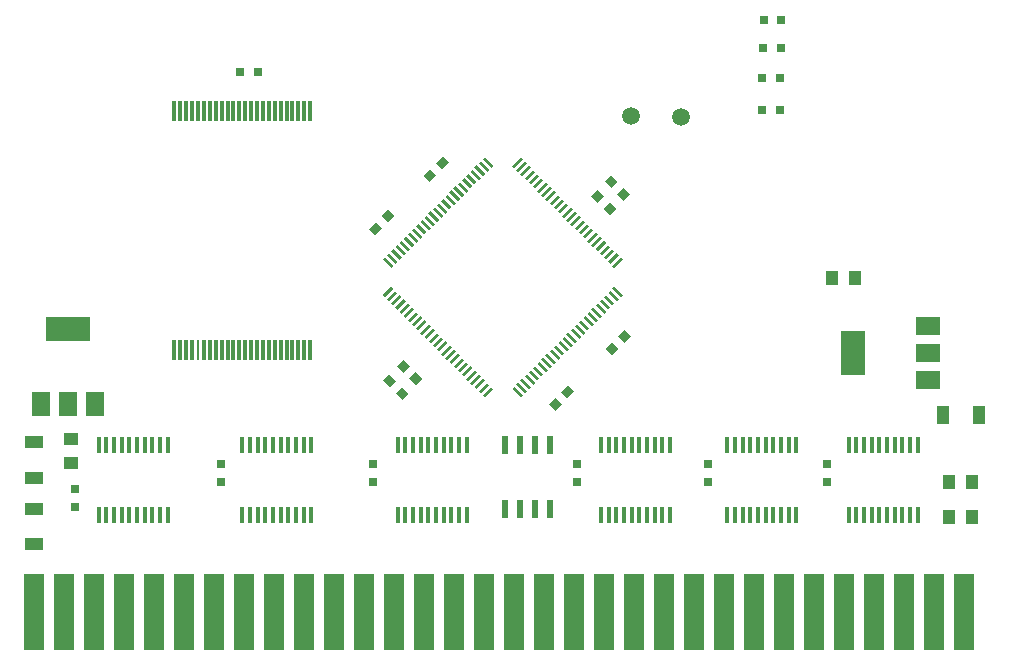
<source format=gbr>
G04 #@! TF.GenerationSoftware,KiCad,Pcbnew,(5.99.0-1468-g7e1294a4b)*
G04 #@! TF.CreationDate,2020-08-22T19:19:53+02:00*
G04 #@! TF.ProjectId,MD_Flash_8M,4d445f46-6c61-4736-985f-384d2e6b6963,rev?*
G04 #@! TF.SameCoordinates,Original*
G04 #@! TF.FileFunction,Paste,Top*
G04 #@! TF.FilePolarity,Positive*
%FSLAX46Y46*%
G04 Gerber Fmt 4.6, Leading zero omitted, Abs format (unit mm)*
G04 Created by KiCad (PCBNEW (5.99.0-1468-g7e1294a4b)) date 2020-08-22 19:19:53*
%MOMM*%
%LPD*%
G01*
G04 APERTURE LIST*
%ADD10R,1.000000X1.250000*%
%ADD11R,1.250000X1.000000*%
%ADD12R,1.000000X1.600000*%
%ADD13R,1.600000X1.000000*%
%ADD14R,2.000000X1.500000*%
%ADD15R,2.000000X3.800000*%
%ADD16R,3.800000X2.000000*%
%ADD17R,1.500000X2.000000*%
%ADD18R,0.800000X0.750000*%
%ADD19C,1.500000*%
%ADD20R,0.750000X0.800000*%
%ADD21R,0.450000X1.450000*%
%ADD22R,0.600000X1.550000*%
%ADD23R,0.299720X1.800860*%
%ADD24R,0.200660X1.800860*%
%ADD25R,1.676400X6.451600*%
G04 APERTURE END LIST*
D10*
X230500000Y-90220000D03*
X228500000Y-90220000D03*
X228500000Y-93140000D03*
X230500000Y-93140000D03*
X220570000Y-72930000D03*
X218570000Y-72930000D03*
D11*
X154170000Y-86540000D03*
X154170000Y-88540000D03*
D12*
X231050000Y-84550000D03*
X228050000Y-84550000D03*
D13*
X151060000Y-86820000D03*
X151060000Y-89820000D03*
D14*
X226700000Y-81575000D03*
X226700000Y-76975000D03*
X226700000Y-79275000D03*
D15*
X220400000Y-79275000D03*
D16*
X153950000Y-77250000D03*
D17*
X153950000Y-83550000D03*
X156250000Y-83550000D03*
X151650000Y-83550000D03*
D18*
X168475000Y-55475000D03*
X169975000Y-55475000D03*
X212725000Y-58725000D03*
X214225000Y-58725000D03*
X214225000Y-56000000D03*
X212725000Y-56000000D03*
X212800000Y-53400000D03*
X214300000Y-53400000D03*
X214325000Y-51050000D03*
X212825000Y-51050000D03*
D19*
X205850000Y-59300000D03*
G36*
X179962348Y-68157322D02*
G01*
X180492678Y-68687652D01*
X179926992Y-69253338D01*
X179396662Y-68723008D01*
X179962348Y-68157322D01*
G37*
G36*
X181023008Y-67096662D02*
G01*
X181553338Y-67626992D01*
X180987652Y-68192678D01*
X180457322Y-67662348D01*
X181023008Y-67096662D01*
G37*
G36*
X185648008Y-62621662D02*
G01*
X186178338Y-63151992D01*
X185612652Y-63717678D01*
X185082322Y-63187348D01*
X185648008Y-62621662D01*
G37*
G36*
X184587348Y-63682322D02*
G01*
X185117678Y-64212652D01*
X184551992Y-64778338D01*
X184021662Y-64248008D01*
X184587348Y-63682322D01*
G37*
G36*
X201528338Y-65823008D02*
G01*
X200998008Y-66353338D01*
X200432322Y-65787652D01*
X200962652Y-65257322D01*
X201528338Y-65823008D01*
G37*
G36*
X200467678Y-64762348D02*
G01*
X199937348Y-65292678D01*
X199371662Y-64726992D01*
X199901992Y-64196662D01*
X200467678Y-64762348D01*
G37*
G36*
X199292678Y-66012348D02*
G01*
X198762348Y-66542678D01*
X198196662Y-65976992D01*
X198726992Y-65446662D01*
X199292678Y-66012348D01*
G37*
G36*
X200353338Y-67073008D02*
G01*
X199823008Y-67603338D01*
X199257322Y-67037652D01*
X199787652Y-66507322D01*
X200353338Y-67073008D01*
G37*
G36*
X200012348Y-78357322D02*
G01*
X200542678Y-78887652D01*
X199976992Y-79453338D01*
X199446662Y-78923008D01*
X200012348Y-78357322D01*
G37*
G36*
X201073008Y-77296662D02*
G01*
X201603338Y-77826992D01*
X201037652Y-78392678D01*
X200507322Y-77862348D01*
X201073008Y-77296662D01*
G37*
G36*
X196248008Y-81996662D02*
G01*
X196778338Y-82526992D01*
X196212652Y-83092678D01*
X195682322Y-82562348D01*
X196248008Y-81996662D01*
G37*
G36*
X195187348Y-83057322D02*
G01*
X195717678Y-83587652D01*
X195151992Y-84153338D01*
X194621662Y-83623008D01*
X195187348Y-83057322D01*
G37*
G36*
X182753338Y-82698008D02*
G01*
X182223008Y-83228338D01*
X181657322Y-82662652D01*
X182187652Y-82132322D01*
X182753338Y-82698008D01*
G37*
G36*
X181692678Y-81637348D02*
G01*
X181162348Y-82167678D01*
X180596662Y-81601992D01*
X181126992Y-81071662D01*
X181692678Y-81637348D01*
G37*
G36*
X182867678Y-80387348D02*
G01*
X182337348Y-80917678D01*
X181771662Y-80351992D01*
X182301992Y-79821662D01*
X182867678Y-80387348D01*
G37*
G36*
X183928338Y-81448008D02*
G01*
X183398008Y-81978338D01*
X182832322Y-81412652D01*
X183362652Y-80882322D01*
X183928338Y-81448008D01*
G37*
D20*
X208125000Y-90150000D03*
X208125000Y-88650000D03*
X197025000Y-88650000D03*
X197025000Y-90150000D03*
X218150000Y-88650000D03*
X218150000Y-90150000D03*
D21*
X199050000Y-87050000D03*
X199700000Y-87050000D03*
X200350000Y-87050000D03*
X201000000Y-87050000D03*
X201650000Y-87050000D03*
X202300000Y-87050000D03*
X202950000Y-87050000D03*
X203600000Y-87050000D03*
X204250000Y-87050000D03*
X204900000Y-87050000D03*
X204900000Y-92950000D03*
X204250000Y-92950000D03*
X203600000Y-92950000D03*
X202950000Y-92950000D03*
X202300000Y-92950000D03*
X201650000Y-92950000D03*
X201000000Y-92950000D03*
X200350000Y-92950000D03*
X199700000Y-92950000D03*
X199050000Y-92950000D03*
X209750000Y-87050000D03*
X210400000Y-87050000D03*
X211050000Y-87050000D03*
X211700000Y-87050000D03*
X212350000Y-87050000D03*
X213000000Y-87050000D03*
X213650000Y-87050000D03*
X214300000Y-87050000D03*
X214950000Y-87050000D03*
X215600000Y-87050000D03*
X215600000Y-92950000D03*
X214950000Y-92950000D03*
X214300000Y-92950000D03*
X213650000Y-92950000D03*
X213000000Y-92950000D03*
X212350000Y-92950000D03*
X211700000Y-92950000D03*
X211050000Y-92950000D03*
X210400000Y-92950000D03*
X209750000Y-92950000D03*
X220025000Y-87050000D03*
X220675000Y-87050000D03*
X221325000Y-87050000D03*
X221975000Y-87050000D03*
X222625000Y-87050000D03*
X223275000Y-87050000D03*
X223925000Y-87050000D03*
X224575000Y-87050000D03*
X225225000Y-87050000D03*
X225875000Y-87050000D03*
X225875000Y-92950000D03*
X225225000Y-92950000D03*
X224575000Y-92950000D03*
X223925000Y-92950000D03*
X223275000Y-92950000D03*
X222625000Y-92950000D03*
X221975000Y-92950000D03*
X221325000Y-92950000D03*
X220675000Y-92950000D03*
X220025000Y-92950000D03*
D13*
X151060000Y-92430000D03*
X151060000Y-95430000D03*
D20*
X179750000Y-90175000D03*
X179750000Y-88675000D03*
X154500000Y-90800000D03*
X154500000Y-92300000D03*
X166875000Y-88700000D03*
X166875000Y-90200000D03*
D22*
X190945000Y-92475000D03*
X192215000Y-92475000D03*
X193485000Y-92475000D03*
X194755000Y-92475000D03*
X194755000Y-87075000D03*
X193485000Y-87075000D03*
X192215000Y-87075000D03*
X190945000Y-87075000D03*
D23*
X162930380Y-78991700D03*
X163430760Y-78986620D03*
X163931140Y-78986620D03*
X164428980Y-78986620D03*
D24*
X164929360Y-78986620D03*
D23*
X165429740Y-78986620D03*
X165930120Y-78986620D03*
X166430500Y-78986620D03*
X166930880Y-78986620D03*
X167431260Y-78986620D03*
X167929100Y-78986620D03*
X168429480Y-78986620D03*
X168929860Y-78986620D03*
X169430240Y-78986620D03*
X169930620Y-78986620D03*
X170431000Y-78986620D03*
X170928840Y-78986620D03*
X171429220Y-78986620D03*
X171929600Y-78986620D03*
X172429980Y-78986620D03*
X172930360Y-78986620D03*
X173430740Y-78986620D03*
X173931120Y-78986620D03*
X174428960Y-78986620D03*
X174428960Y-58788540D03*
X173931120Y-58788540D03*
X173430740Y-58788540D03*
X172930360Y-58788540D03*
X172429980Y-58788540D03*
X171929600Y-58788540D03*
X171429220Y-58788540D03*
X170928840Y-58788540D03*
X170431000Y-58788540D03*
X169930620Y-58788540D03*
X169430240Y-58788540D03*
X168929860Y-58788540D03*
X168429480Y-58788540D03*
X167929100Y-58788540D03*
X167431260Y-58788540D03*
X166930880Y-58788540D03*
X166430500Y-58788540D03*
X165930120Y-58788540D03*
X165429740Y-58788540D03*
X164929360Y-58788540D03*
X164428980Y-58788540D03*
X163931140Y-58788540D03*
X163430760Y-58788540D03*
X162930380Y-58788540D03*
D21*
X181825000Y-92950000D03*
X182475000Y-92950000D03*
X183125000Y-92950000D03*
X183775000Y-92950000D03*
X184425000Y-92950000D03*
X185075000Y-92950000D03*
X185725000Y-92950000D03*
X186375000Y-92950000D03*
X187025000Y-92950000D03*
X187675000Y-92950000D03*
X187675000Y-87050000D03*
X187025000Y-87050000D03*
X186375000Y-87050000D03*
X185725000Y-87050000D03*
X185075000Y-87050000D03*
X184425000Y-87050000D03*
X183775000Y-87050000D03*
X183125000Y-87050000D03*
X182475000Y-87050000D03*
X181825000Y-87050000D03*
X168675000Y-92950000D03*
X169325000Y-92950000D03*
X169975000Y-92950000D03*
X170625000Y-92950000D03*
X171275000Y-92950000D03*
X171925000Y-92950000D03*
X172575000Y-92950000D03*
X173225000Y-92950000D03*
X173875000Y-92950000D03*
X174525000Y-92950000D03*
X174525000Y-87050000D03*
X173875000Y-87050000D03*
X173225000Y-87050000D03*
X172575000Y-87050000D03*
X171925000Y-87050000D03*
X171275000Y-87050000D03*
X170625000Y-87050000D03*
X169975000Y-87050000D03*
X169325000Y-87050000D03*
X168675000Y-87050000D03*
X156525000Y-92950000D03*
X157175000Y-92950000D03*
X157825000Y-92950000D03*
X158475000Y-92950000D03*
X159125000Y-92950000D03*
X159775000Y-92950000D03*
X160425000Y-92950000D03*
X161075000Y-92950000D03*
X161725000Y-92950000D03*
X162375000Y-92950000D03*
X162375000Y-87050000D03*
X161725000Y-87050000D03*
X161075000Y-87050000D03*
X160425000Y-87050000D03*
X159775000Y-87050000D03*
X159125000Y-87050000D03*
X158475000Y-87050000D03*
X157825000Y-87050000D03*
X157175000Y-87050000D03*
X156525000Y-87050000D03*
G36*
X199997624Y-73809867D02*
G01*
X200177229Y-73630262D01*
X200895650Y-74348683D01*
X200716045Y-74528288D01*
X199997624Y-73809867D01*
G37*
G36*
X191520262Y-82287229D02*
G01*
X191699867Y-82107624D01*
X192418288Y-82826045D01*
X192238683Y-83005650D01*
X191520262Y-82287229D01*
G37*
G36*
X191879473Y-81928019D02*
G01*
X192059078Y-81748414D01*
X192777499Y-82466835D01*
X192597894Y-82646440D01*
X191879473Y-81928019D01*
G37*
G36*
X192220722Y-81586769D02*
G01*
X192400327Y-81407164D01*
X193118748Y-82125585D01*
X192939143Y-82305190D01*
X192220722Y-81586769D01*
G37*
G36*
X192579933Y-81227559D02*
G01*
X192759538Y-81047954D01*
X193477959Y-81766375D01*
X193298354Y-81945980D01*
X192579933Y-81227559D01*
G37*
G36*
X192939143Y-80868349D02*
G01*
X193118748Y-80688744D01*
X193837169Y-81407165D01*
X193657564Y-81586770D01*
X192939143Y-80868349D01*
G37*
G36*
X193280393Y-80527099D02*
G01*
X193459998Y-80347494D01*
X194178419Y-81065915D01*
X193998814Y-81245520D01*
X193280393Y-80527099D01*
G37*
G36*
X193639603Y-80167889D02*
G01*
X193819208Y-79988284D01*
X194537629Y-80706705D01*
X194358024Y-80886310D01*
X193639603Y-80167889D01*
G37*
G36*
X193998813Y-79808678D02*
G01*
X194178418Y-79629073D01*
X194896839Y-80347494D01*
X194717234Y-80527099D01*
X193998813Y-79808678D01*
G37*
G36*
X194340063Y-79467429D02*
G01*
X194519668Y-79287824D01*
X195238089Y-80006245D01*
X195058484Y-80185850D01*
X194340063Y-79467429D01*
G37*
G36*
X194699273Y-79108218D02*
G01*
X194878878Y-78928613D01*
X195597299Y-79647034D01*
X195417694Y-79826639D01*
X194699273Y-79108218D01*
G37*
G36*
X195058483Y-78749008D02*
G01*
X195238088Y-78569403D01*
X195956509Y-79287824D01*
X195776904Y-79467429D01*
X195058483Y-78749008D01*
G37*
G36*
X195417694Y-78389798D02*
G01*
X195597299Y-78210193D01*
X196315720Y-78928614D01*
X196136115Y-79108219D01*
X195417694Y-78389798D01*
G37*
G36*
X195758943Y-78048548D02*
G01*
X195938548Y-77868943D01*
X196656969Y-78587364D01*
X196477364Y-78766969D01*
X195758943Y-78048548D01*
G37*
G36*
X196118153Y-77689338D02*
G01*
X196297758Y-77509733D01*
X197016179Y-78228154D01*
X196836574Y-78407759D01*
X196118153Y-77689338D01*
G37*
G36*
X196477364Y-77330128D02*
G01*
X196656969Y-77150523D01*
X197375390Y-77868944D01*
X197195785Y-78048549D01*
X196477364Y-77330128D01*
G37*
G36*
X196818613Y-76988878D02*
G01*
X196998218Y-76809273D01*
X197716639Y-77527694D01*
X197537034Y-77707299D01*
X196818613Y-76988878D01*
G37*
G36*
X197177824Y-76629668D02*
G01*
X197357429Y-76450063D01*
X198075850Y-77168484D01*
X197896245Y-77348089D01*
X197177824Y-76629668D01*
G37*
G36*
X197537034Y-76270458D02*
G01*
X197716639Y-76090853D01*
X198435060Y-76809274D01*
X198255455Y-76988879D01*
X197537034Y-76270458D01*
G37*
G36*
X197878284Y-75929208D02*
G01*
X198057889Y-75749603D01*
X198776310Y-76468024D01*
X198596705Y-76647629D01*
X197878284Y-75929208D01*
G37*
G36*
X198237494Y-75569998D02*
G01*
X198417099Y-75390393D01*
X199135520Y-76108814D01*
X198955915Y-76288419D01*
X198237494Y-75569998D01*
G37*
G36*
X198596704Y-75210787D02*
G01*
X198776309Y-75031182D01*
X199494730Y-75749603D01*
X199315125Y-75929208D01*
X198596704Y-75210787D01*
G37*
G36*
X198937954Y-74869538D02*
G01*
X199117559Y-74689933D01*
X199835980Y-75408354D01*
X199656375Y-75587959D01*
X198937954Y-74869538D01*
G37*
G36*
X199297164Y-74510327D02*
G01*
X199476769Y-74330722D01*
X200195190Y-75049143D01*
X200015585Y-75228748D01*
X199297164Y-74510327D01*
G37*
G36*
X199656374Y-74151117D02*
G01*
X199835979Y-73971512D01*
X200554400Y-74689933D01*
X200374795Y-74869538D01*
X199656374Y-74151117D01*
G37*
G36*
X189041712Y-82826045D02*
G01*
X189760133Y-82107624D01*
X189939738Y-82287229D01*
X189221317Y-83005650D01*
X189041712Y-82826045D01*
G37*
G36*
X180564350Y-74348683D02*
G01*
X181282771Y-73630262D01*
X181462376Y-73809867D01*
X180743955Y-74528288D01*
X180564350Y-74348683D01*
G37*
G36*
X180923560Y-74707894D02*
G01*
X181641981Y-73989473D01*
X181821586Y-74169078D01*
X181103165Y-74887499D01*
X180923560Y-74707894D01*
G37*
G36*
X181264810Y-75049143D02*
G01*
X181983231Y-74330722D01*
X182162836Y-74510327D01*
X181444415Y-75228748D01*
X181264810Y-75049143D01*
G37*
G36*
X181624020Y-75408354D02*
G01*
X182342441Y-74689933D01*
X182522046Y-74869538D01*
X181803625Y-75587959D01*
X181624020Y-75408354D01*
G37*
G36*
X181983230Y-75767564D02*
G01*
X182701651Y-75049143D01*
X182881256Y-75228748D01*
X182162835Y-75947169D01*
X181983230Y-75767564D01*
G37*
G36*
X182324480Y-76108814D02*
G01*
X183042901Y-75390393D01*
X183222506Y-75569998D01*
X182504085Y-76288419D01*
X182324480Y-76108814D01*
G37*
G36*
X182683690Y-76468024D02*
G01*
X183402111Y-75749603D01*
X183581716Y-75929208D01*
X182863295Y-76647629D01*
X182683690Y-76468024D01*
G37*
G36*
X183042901Y-76827234D02*
G01*
X183761322Y-76108813D01*
X183940927Y-76288418D01*
X183222506Y-77006839D01*
X183042901Y-76827234D01*
G37*
G36*
X183384150Y-77168484D02*
G01*
X184102571Y-76450063D01*
X184282176Y-76629668D01*
X183563755Y-77348089D01*
X183384150Y-77168484D01*
G37*
G36*
X183743361Y-77527694D02*
G01*
X184461782Y-76809273D01*
X184641387Y-76988878D01*
X183922966Y-77707299D01*
X183743361Y-77527694D01*
G37*
G36*
X184102571Y-77886904D02*
G01*
X184820992Y-77168483D01*
X185000597Y-77348088D01*
X184282176Y-78066509D01*
X184102571Y-77886904D01*
G37*
G36*
X184461781Y-78246115D02*
G01*
X185180202Y-77527694D01*
X185359807Y-77707299D01*
X184641386Y-78425720D01*
X184461781Y-78246115D01*
G37*
G36*
X184803031Y-78587364D02*
G01*
X185521452Y-77868943D01*
X185701057Y-78048548D01*
X184982636Y-78766969D01*
X184803031Y-78587364D01*
G37*
G36*
X185162241Y-78946574D02*
G01*
X185880662Y-78228153D01*
X186060267Y-78407758D01*
X185341846Y-79126179D01*
X185162241Y-78946574D01*
G37*
G36*
X185521451Y-79305785D02*
G01*
X186239872Y-78587364D01*
X186419477Y-78766969D01*
X185701056Y-79485390D01*
X185521451Y-79305785D01*
G37*
G36*
X185862701Y-79647034D02*
G01*
X186581122Y-78928613D01*
X186760727Y-79108218D01*
X186042306Y-79826639D01*
X185862701Y-79647034D01*
G37*
G36*
X186221911Y-80006245D02*
G01*
X186940332Y-79287824D01*
X187119937Y-79467429D01*
X186401516Y-80185850D01*
X186221911Y-80006245D01*
G37*
G36*
X186581121Y-80365455D02*
G01*
X187299542Y-79647034D01*
X187479147Y-79826639D01*
X186760726Y-80545060D01*
X186581121Y-80365455D01*
G37*
G36*
X186922371Y-80706705D02*
G01*
X187640792Y-79988284D01*
X187820397Y-80167889D01*
X187101976Y-80886310D01*
X186922371Y-80706705D01*
G37*
G36*
X187281581Y-81065915D02*
G01*
X188000002Y-80347494D01*
X188179607Y-80527099D01*
X187461186Y-81245520D01*
X187281581Y-81065915D01*
G37*
G36*
X187640792Y-81425125D02*
G01*
X188359213Y-80706704D01*
X188538818Y-80886309D01*
X187820397Y-81604730D01*
X187640792Y-81425125D01*
G37*
G36*
X187982041Y-81766375D02*
G01*
X188700462Y-81047954D01*
X188880067Y-81227559D01*
X188161646Y-81945980D01*
X187982041Y-81766375D01*
G37*
G36*
X188341252Y-82125585D02*
G01*
X189059673Y-81407164D01*
X189239278Y-81586769D01*
X188520857Y-82305190D01*
X188341252Y-82125585D01*
G37*
G36*
X188700462Y-82484795D02*
G01*
X189418883Y-81766374D01*
X189598488Y-81945979D01*
X188880067Y-82664400D01*
X188700462Y-82484795D01*
G37*
G36*
X199997624Y-71870133D02*
G01*
X200716045Y-71151712D01*
X200895650Y-71331317D01*
X200177229Y-72049738D01*
X199997624Y-71870133D01*
G37*
G36*
X199638414Y-71510922D02*
G01*
X200356835Y-70792501D01*
X200536440Y-70972106D01*
X199818019Y-71690527D01*
X199638414Y-71510922D01*
G37*
G36*
X199297164Y-71169673D02*
G01*
X200015585Y-70451252D01*
X200195190Y-70630857D01*
X199476769Y-71349278D01*
X199297164Y-71169673D01*
G37*
G36*
X198937954Y-70810462D02*
G01*
X199656375Y-70092041D01*
X199835980Y-70271646D01*
X199117559Y-70990067D01*
X198937954Y-70810462D01*
G37*
G36*
X198578744Y-70451252D02*
G01*
X199297165Y-69732831D01*
X199476770Y-69912436D01*
X198758349Y-70630857D01*
X198578744Y-70451252D01*
G37*
G36*
X198237494Y-70110002D02*
G01*
X198955915Y-69391581D01*
X199135520Y-69571186D01*
X198417099Y-70289607D01*
X198237494Y-70110002D01*
G37*
G36*
X197878284Y-69750792D02*
G01*
X198596705Y-69032371D01*
X198776310Y-69211976D01*
X198057889Y-69930397D01*
X197878284Y-69750792D01*
G37*
G36*
X197519073Y-69391582D02*
G01*
X198237494Y-68673161D01*
X198417099Y-68852766D01*
X197698678Y-69571187D01*
X197519073Y-69391582D01*
G37*
G36*
X197177824Y-69050332D02*
G01*
X197896245Y-68331911D01*
X198075850Y-68511516D01*
X197357429Y-69229937D01*
X197177824Y-69050332D01*
G37*
G36*
X196818613Y-68691122D02*
G01*
X197537034Y-67972701D01*
X197716639Y-68152306D01*
X196998218Y-68870727D01*
X196818613Y-68691122D01*
G37*
G36*
X196459403Y-68331912D02*
G01*
X197177824Y-67613491D01*
X197357429Y-67793096D01*
X196639008Y-68511517D01*
X196459403Y-68331912D01*
G37*
G36*
X196100193Y-67972701D02*
G01*
X196818614Y-67254280D01*
X196998219Y-67433885D01*
X196279798Y-68152306D01*
X196100193Y-67972701D01*
G37*
G36*
X195758943Y-67631452D02*
G01*
X196477364Y-66913031D01*
X196656969Y-67092636D01*
X195938548Y-67811057D01*
X195758943Y-67631452D01*
G37*
G36*
X195399733Y-67272242D02*
G01*
X196118154Y-66553821D01*
X196297759Y-66733426D01*
X195579338Y-67451847D01*
X195399733Y-67272242D01*
G37*
G36*
X195040523Y-66913031D02*
G01*
X195758944Y-66194610D01*
X195938549Y-66374215D01*
X195220128Y-67092636D01*
X195040523Y-66913031D01*
G37*
G36*
X194699273Y-66571782D02*
G01*
X195417694Y-65853361D01*
X195597299Y-66032966D01*
X194878878Y-66751387D01*
X194699273Y-66571782D01*
G37*
G36*
X194340063Y-66212571D02*
G01*
X195058484Y-65494150D01*
X195238089Y-65673755D01*
X194519668Y-66392176D01*
X194340063Y-66212571D01*
G37*
G36*
X193980853Y-65853361D02*
G01*
X194699274Y-65134940D01*
X194878879Y-65314545D01*
X194160458Y-66032966D01*
X193980853Y-65853361D01*
G37*
G36*
X193639603Y-65512111D02*
G01*
X194358024Y-64793690D01*
X194537629Y-64973295D01*
X193819208Y-65691716D01*
X193639603Y-65512111D01*
G37*
G36*
X193280393Y-65152901D02*
G01*
X193998814Y-64434480D01*
X194178419Y-64614085D01*
X193459998Y-65332506D01*
X193280393Y-65152901D01*
G37*
G36*
X192921182Y-64793691D02*
G01*
X193639603Y-64075270D01*
X193819208Y-64254875D01*
X193100787Y-64973296D01*
X192921182Y-64793691D01*
G37*
G36*
X192579933Y-64452441D02*
G01*
X193298354Y-63734020D01*
X193477959Y-63913625D01*
X192759538Y-64632046D01*
X192579933Y-64452441D01*
G37*
G36*
X192220722Y-64093231D02*
G01*
X192939143Y-63374810D01*
X193118748Y-63554415D01*
X192400327Y-64272836D01*
X192220722Y-64093231D01*
G37*
G36*
X191861512Y-63734021D02*
G01*
X192579933Y-63015600D01*
X192759538Y-63195205D01*
X192041117Y-63913626D01*
X191861512Y-63734021D01*
G37*
G36*
X191520262Y-63392771D02*
G01*
X192238683Y-62674350D01*
X192418288Y-62853955D01*
X191699867Y-63572376D01*
X191520262Y-63392771D01*
G37*
G36*
X189041712Y-62853955D02*
G01*
X189221317Y-62674350D01*
X189939738Y-63392771D01*
X189760133Y-63572376D01*
X189041712Y-62853955D01*
G37*
G36*
X188682501Y-63213165D02*
G01*
X188862106Y-63033560D01*
X189580527Y-63751981D01*
X189400922Y-63931586D01*
X188682501Y-63213165D01*
G37*
G36*
X188341252Y-63554415D02*
G01*
X188520857Y-63374810D01*
X189239278Y-64093231D01*
X189059673Y-64272836D01*
X188341252Y-63554415D01*
G37*
G36*
X187982041Y-63913625D02*
G01*
X188161646Y-63734020D01*
X188880067Y-64452441D01*
X188700462Y-64632046D01*
X187982041Y-63913625D01*
G37*
G36*
X187622831Y-64272835D02*
G01*
X187802436Y-64093230D01*
X188520857Y-64811651D01*
X188341252Y-64991256D01*
X187622831Y-64272835D01*
G37*
G36*
X187281581Y-64614085D02*
G01*
X187461186Y-64434480D01*
X188179607Y-65152901D01*
X188000002Y-65332506D01*
X187281581Y-64614085D01*
G37*
G36*
X186922371Y-64973295D02*
G01*
X187101976Y-64793690D01*
X187820397Y-65512111D01*
X187640792Y-65691716D01*
X186922371Y-64973295D01*
G37*
G36*
X186563161Y-65332506D02*
G01*
X186742766Y-65152901D01*
X187461187Y-65871322D01*
X187281582Y-66050927D01*
X186563161Y-65332506D01*
G37*
G36*
X186221911Y-65673755D02*
G01*
X186401516Y-65494150D01*
X187119937Y-66212571D01*
X186940332Y-66392176D01*
X186221911Y-65673755D01*
G37*
G36*
X185862701Y-66032966D02*
G01*
X186042306Y-65853361D01*
X186760727Y-66571782D01*
X186581122Y-66751387D01*
X185862701Y-66032966D01*
G37*
G36*
X185503491Y-66392176D02*
G01*
X185683096Y-66212571D01*
X186401517Y-66930992D01*
X186221912Y-67110597D01*
X185503491Y-66392176D01*
G37*
G36*
X185144280Y-66751386D02*
G01*
X185323885Y-66571781D01*
X186042306Y-67290202D01*
X185862701Y-67469807D01*
X185144280Y-66751386D01*
G37*
G36*
X184803031Y-67092636D02*
G01*
X184982636Y-66913031D01*
X185701057Y-67631452D01*
X185521452Y-67811057D01*
X184803031Y-67092636D01*
G37*
G36*
X184443821Y-67451846D02*
G01*
X184623426Y-67272241D01*
X185341847Y-67990662D01*
X185162242Y-68170267D01*
X184443821Y-67451846D01*
G37*
G36*
X184084610Y-67811056D02*
G01*
X184264215Y-67631451D01*
X184982636Y-68349872D01*
X184803031Y-68529477D01*
X184084610Y-67811056D01*
G37*
G36*
X183743361Y-68152306D02*
G01*
X183922966Y-67972701D01*
X184641387Y-68691122D01*
X184461782Y-68870727D01*
X183743361Y-68152306D01*
G37*
G36*
X183384150Y-68511516D02*
G01*
X183563755Y-68331911D01*
X184282176Y-69050332D01*
X184102571Y-69229937D01*
X183384150Y-68511516D01*
G37*
G36*
X183024940Y-68870726D02*
G01*
X183204545Y-68691121D01*
X183922966Y-69409542D01*
X183743361Y-69589147D01*
X183024940Y-68870726D01*
G37*
G36*
X182683690Y-69211976D02*
G01*
X182863295Y-69032371D01*
X183581716Y-69750792D01*
X183402111Y-69930397D01*
X182683690Y-69211976D01*
G37*
G36*
X182324480Y-69571186D02*
G01*
X182504085Y-69391581D01*
X183222506Y-70110002D01*
X183042901Y-70289607D01*
X182324480Y-69571186D01*
G37*
G36*
X181965270Y-69930397D02*
G01*
X182144875Y-69750792D01*
X182863296Y-70469213D01*
X182683691Y-70648818D01*
X181965270Y-69930397D01*
G37*
G36*
X181624020Y-70271646D02*
G01*
X181803625Y-70092041D01*
X182522046Y-70810462D01*
X182342441Y-70990067D01*
X181624020Y-70271646D01*
G37*
G36*
X181264810Y-70630857D02*
G01*
X181444415Y-70451252D01*
X182162836Y-71169673D01*
X181983231Y-71349278D01*
X181264810Y-70630857D01*
G37*
G36*
X180905600Y-70990067D02*
G01*
X181085205Y-70810462D01*
X181803626Y-71528883D01*
X181624021Y-71708488D01*
X180905600Y-70990067D01*
G37*
G36*
X180564350Y-71331317D02*
G01*
X180743955Y-71151712D01*
X181462376Y-71870133D01*
X181282771Y-72049738D01*
X180564350Y-71331317D01*
G37*
D19*
X201575000Y-59175000D03*
D25*
X229781100Y-101193600D03*
X227241100Y-101193600D03*
X224701100Y-101193600D03*
X222161100Y-101193600D03*
X219621100Y-101193600D03*
X217081100Y-101193600D03*
X214541100Y-101193600D03*
X212001100Y-101193600D03*
X209461100Y-101193600D03*
X206921100Y-101193600D03*
X204381100Y-101193600D03*
X201841100Y-101193600D03*
X199301100Y-101193600D03*
X196761100Y-101193600D03*
X194221100Y-101193600D03*
X191681100Y-101193600D03*
X189141100Y-101193600D03*
X186601100Y-101193600D03*
X184061100Y-101193600D03*
X181521100Y-101193600D03*
X178981100Y-101193600D03*
X176441100Y-101193600D03*
X173901100Y-101193600D03*
X171361100Y-101193600D03*
X168821100Y-101193600D03*
X166281100Y-101193600D03*
X163741100Y-101193600D03*
X161201100Y-101193600D03*
X158661100Y-101193600D03*
X156121100Y-101193600D03*
X153581100Y-101193600D03*
X151041100Y-101193600D03*
M02*

</source>
